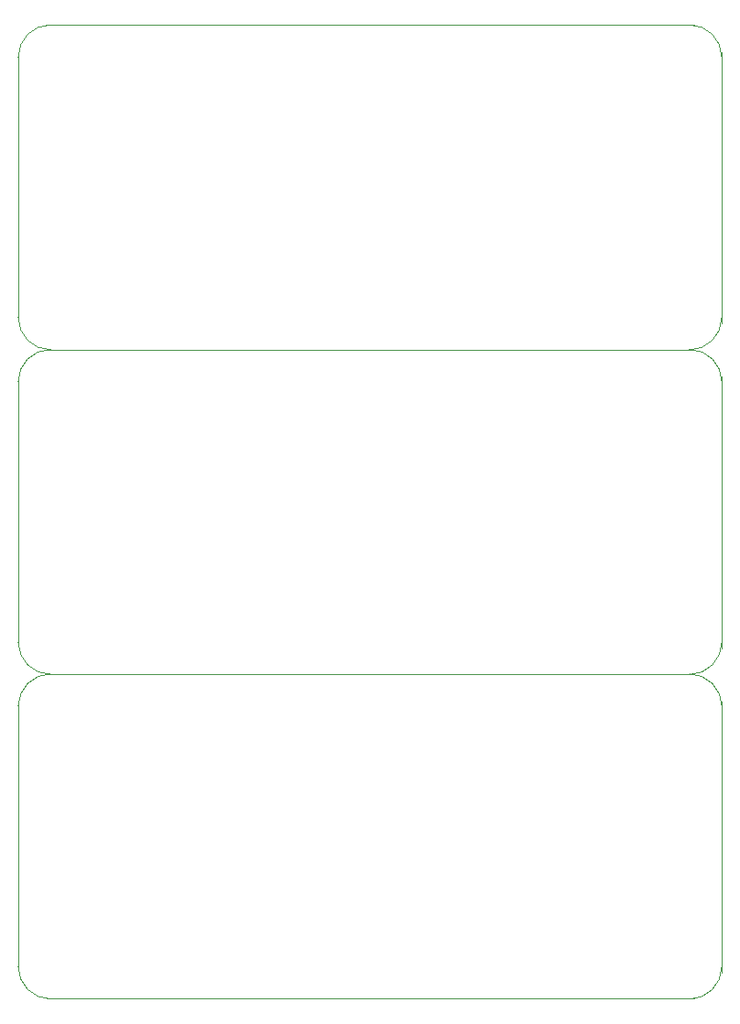
<source format=gbr>
%FSLAX34Y34*%
%MOMM*%
%LNOUTLINE*%
G71*
G01*
%ADD10C, 0.10*%
%LPD*%
G54D10*
G75*
G01X15666Y706872D02*
G03X45666Y676872I30000J0D01*
G01*
G54D10*
G75*
G01X45641Y977341D02*
G03X15641Y947341I0J-30000D01*
G01*
G54D10*
G75*
G01X666191Y947341D02*
G03X636191Y977341I-30000J0D01*
G01*
G54D10*
G75*
G01X636156Y676812D02*
G03X666156Y706812I0J30000D01*
G01*
G54D10*
X15875Y951706D02*
X15875Y703262D01*
G54D10*
X41672Y677069D02*
X640556Y677069D01*
G54D10*
X665956Y701278D02*
X665956Y952103D01*
G54D10*
X640556Y977106D02*
X41275Y977106D01*
G54D10*
G75*
G01X15666Y406834D02*
G03X45666Y376834I30000J0D01*
G01*
G54D10*
G75*
G01X45641Y677303D02*
G03X15641Y647303I0J-30000D01*
G01*
G54D10*
G75*
G01X666191Y647303D02*
G03X636191Y677303I-30000J0D01*
G01*
G54D10*
G75*
G01X636156Y376775D02*
G03X666156Y406775I0J30000D01*
G01*
G54D10*
X15875Y651669D02*
X15875Y403225D01*
G54D10*
X41672Y377031D02*
X640556Y377031D01*
G54D10*
X665956Y401241D02*
X665956Y652066D01*
G54D10*
X640556Y677069D02*
X41275Y677069D01*
G54D10*
G75*
G01X15666Y106797D02*
G03X45666Y76797I30000J0D01*
G01*
G54D10*
G75*
G01X45641Y377266D02*
G03X15641Y347266I0J-30000D01*
G01*
G54D10*
G75*
G01X666191Y347266D02*
G03X636191Y377266I-30000J0D01*
G01*
G54D10*
G75*
G01X636156Y76738D02*
G03X666156Y106738I0J30000D01*
G01*
G54D10*
X15875Y351631D02*
X15875Y103188D01*
G54D10*
X41672Y76994D02*
X640556Y76994D01*
G54D10*
X665956Y101203D02*
X665956Y352028D01*
G54D10*
X640556Y377031D02*
X41275Y377031D01*
M02*

</source>
